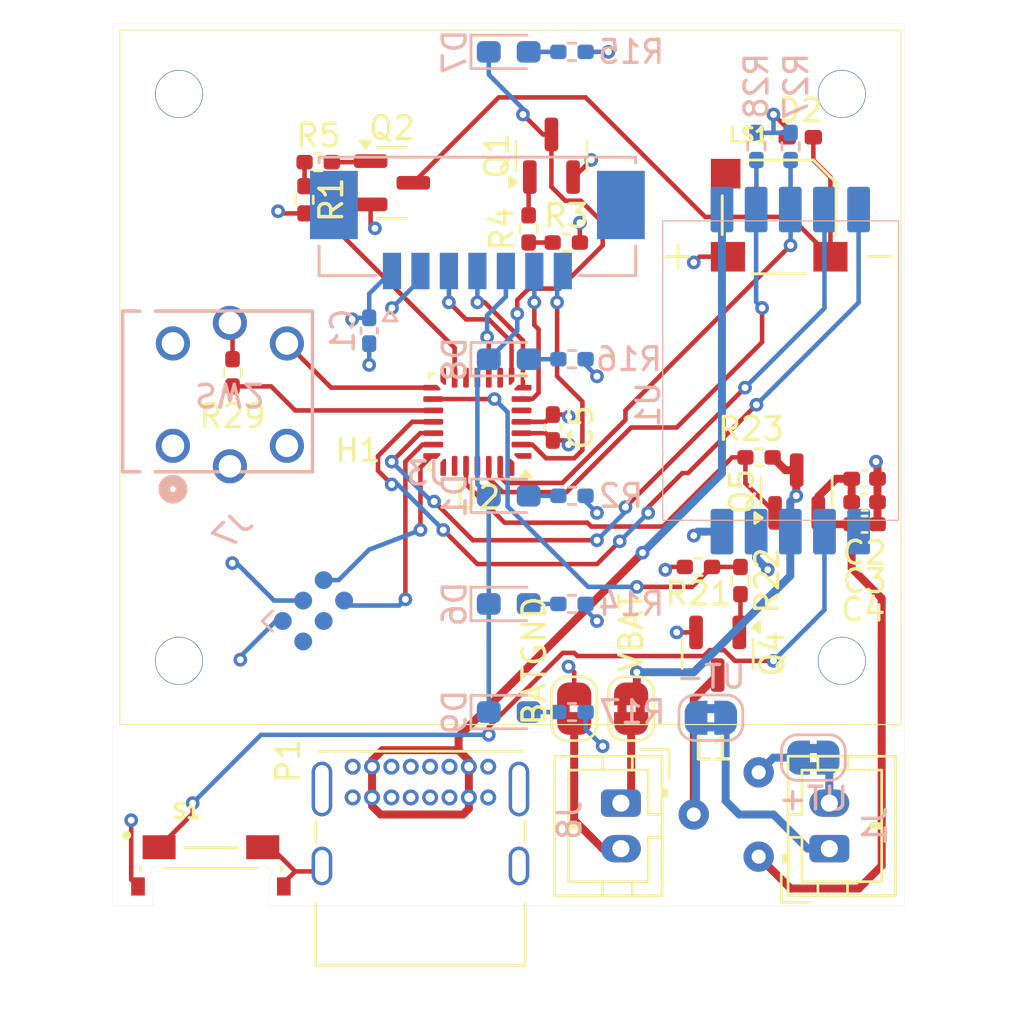
<source format=kicad_pcb>
(kicad_pcb (version 20241229) (generator "pcbnew") (generator_version "9.0")
  (layers (0 "F.Cu" signal) (4 "In1.Cu" signal) (6 "In2.Cu" signal) (2 "B.Cu" signal) (13 "F.Paste" user) (15 "B.Paste" user) (5 "F.SilkS" user "F.Silkscreen") (7 "B.SilkS" user "B.Silkscreen") (1 "F.Mask" user) (3 "B.Mask" user) (25 "Edge.Cuts" user))
  (net 0 "")
  (net 1 "+3V3")
  (net 2 "GND")
  (net 3 "/Vape/VBAT_CONT")
  (net 5 "/MCU/SWDIO")
  (net 7 "/VBAT")
  (net 8 "/MCU/VAPE_PWM")
  (net 10 "VBUS")
  (net 14 "Net-(D1-A)")
  (net 15 "/Display/VAPE_EN")
  (net 16 "Net-(Q1-G)")
  (net 17 "Net-(Q4-G)")
  (net 18 "Net-(D6-A)")
  (net 19 "Net-(D7-A)")
  (net 20 "Net-(D8-A)")
  (net 21 "Net-(D9-A)")
  (net 22 "/MCU/VAPE_EN_N")
  (net 23 "/MCU/SDA")
  (net 24 "/MCU/SCL")
  (net 25 "Net-(R29-Pad2)")
  (net 26 "/MCU/INT_N")
  (net 27 "/Power/SWITCH")
  (net 28 "/MCU/CE_N")
  (net 32 "/MCU/SWCLK")
  (net 34 "/MCU/VAPE_SW")
  (net 36 "Net-(D1-K)")
  (net 39 "Net-(J1-Pin_2)")
  (net 40 "Net-(J1-Pin_1)")
  (net 41 "Net-(J8-Pin_2)")
  (net 42 "Net-(J8-Pin_1)")
  (net 43 "/Vape/UT_OUT-")
  (net 44 "/Vape/UT_OUT+")
  (net 45 "/Display/RST")
  (net 46 "/Display/CLK")
  (net 47 "/Display/DC")
  (net 48 "/Display/CS")
  (net 49 "/Display/MOSI")
  (net 50 "/MCU/VAPE_LED")
  (net 57 "Net-(D2-A)")
  (net 58 "Net-(Q2-G)")
  (net 59 "/Display/BUZZ_PWM")
  (footprint "Capacitor_SMD:C_0402_1005Metric_Pad0.74x0.62mm_HandSolder" (layer "F.Cu") (at 155.3125 88.750001 90)
    (property "Reference" "C5")
    (property "Value" "0.1u")
  )
  (footprint "Resistor_SMD:R_0402_1005Metric_Pad0.72x0.64mm_HandSolder" (layer "F.Cu") (at 144.4125 78.7475 -90)
    (property "Reference" "R1")
    (property "Value" "100k")
  )
  (footprint "Package_TO_SOT_SMD:SOT-23" (layer "F.Cu") (at 148.25 78)
    (property "Reference" "Q2")
    (property "Value" "Q_NMOS_GSD")
  )
  (footprint "Resistor_SMD:R_0402_1005Metric_Pad0.72x0.64mm_HandSolder" (layer "F.Cu") (at 163.55 95.472499 -90)
    (property "Reference" "R22")
    (property "Value" "33")
  )
  (footprint "Capacitor_SMD:C_0402_1005Metric_Pad0.74x0.62mm_HandSolder" (layer "F.Cu") (at 168.999999 92.03)
    (property "Reference" "C3")
    (property "Value" "4.7u")
  )
  (footprint "Diode_SMD:D_0402_1005Metric_Pad0.77x0.64mm_HandSolder" (layer "F.Cu") (at 166.1775 76)
    (property "Reference" "D2")
    (property "Value" "D")
  )
  (footprint "Resistor_SMD:R_0402_1005Metric_Pad0.72x0.64mm_HandSolder" (layer "F.Cu") (at 141.25 86.3475 90)
    (property "Reference" "R29")
    (property "Value" "2.2k")
  )
  (footprint "Resistor_SMD:R_0402_1005Metric_Pad0.72x0.64mm_HandSolder" (layer "F.Cu") (at 155.9025 80.625)
    (property "Reference" "R3")
    (property "Value" "100k")
  )
  (footprint "Library:UT Transformer" (layer "F.Cu") (at 161.5 105.75)
    (property "Reference" "L1")
    (property "Value" "~")
  )
  (footprint "Package_DFN_QFN:QFN-28_4x4mm_P0.5mm" (layer "F.Cu") (at 152 88.5 180)
    (property "Reference" "U2")
    (property "Value" "STM32G031G8Ux")
  )
  (footprint "Resistor_SMD:R_0402_1005Metric_Pad0.72x0.64mm_HandSolder" (layer "F.Cu") (at 161.7025 94.875 180)
    (property "Reference" "R21")
    (property "Value" "10k")
  )
  (footprint "Package_TO_SOT_SMD:SOT-23" (layer "F.Cu") (at 155.25 76.8125 90)
    (property "Reference" "Q1")
    (property "Value" "Q_NMOS_GSD")
  )
  (footprint "Resistor_SMD:R_0402_1005Metric_Pad0.72x0.64mm_HandSolder" (layer "F.Cu") (at 145.01 77.095)
    (property "Reference" "R5")
    (property "Value" "33")
  )
  (footprint "Library:SW_EVQ-P4HB3B" (layer "F.Cu") (at 140.3 108.06)
    (property "Reference" "S1")
    (property "Value" "EVQ-P4HB3B")
    (fp_line (start -2.55 1.7) (end -3.1 1.7) (stroke (width 0.01)) (layer "Edge.Cuts"))
    (fp_line (start -2.55 1.7) (end -2.55 0.55) (stroke (width 0.01)) (layer "Edge.Cuts"))
    (fp_line (start 2.06 0.05) (end -2.06 0.05) (stroke (width 0.01)) (layer "Edge.Cuts"))
    (fp_line (start 2.55 1.7) (end 2.55 0.55) (stroke (width 0.01)) (layer "Edge.Cuts"))
    (fp_line (start 2.55 1.7) (end 3.1 1.7) (stroke (width 0.01)) (layer "Edge.Cuts"))
    (fp_arc (start -2.55 0.55) (mid -2.555 0.055) (end -2.06 0.05) (stroke (width 0.01)) (layer "Edge.Cuts"))
    (fp_arc (start 2.06 0.05) (mid 2.555 0.055) (end 2.55 0.55) (stroke (width 0.01)) (layer "Edge.Cuts"))
  )
  (footprint "Jumper:SolderJumper-2_P1.3mm_Bridged2Bar_RoundedPad1.0x1.5mm" (layer "F.Cu") (at 158.75 101.100001 90)
    (property "Reference" "VBAT")
    (property "Value" "SolderJumper_2_Bridged")
  )
  (footprint "Library:ScreenMount" (layer "F.Cu") (at 136.3 71.3)
    (property "Reference" "H1")
    (property "Value" "ScreenMount")
  )
  (footprint "Connector_JST:JST_PH_B2B-PH-K_1x02_P2.00mm_Vertical" (layer "F.Cu") (at 167.45 107.25 90)
    (property "Reference" "J1")
    (property "Value" "Conn_01x02_Male")
  )
  (footprint "Capacitor_SMD:C_0402_1005Metric_Pad0.74x0.62mm_HandSolder" (layer "F.Cu") (at 168.999999 91)
    (property "Reference" "C2")
    (property "Value" "1u")
  )
  (footprint "Connector_USB:USB_C_Receptacle_GCT_USB4085" (layer "F.Cu") (at 146.525 103.65)
    (property "Reference" "P1")
    (property "Value" "USB_C_Plug_USB2.0")
  )
  (footprint "Connector_JST:JST_PH_B2B-PH-K_1x02_P2.00mm_Vertical" (layer "F.Cu") (at 158.3 105.25 -90)
    (property "Reference" "J8")
    (property "Value" "Conn_01x02_Male")
  )
  (footprint "Library:XDCR_SMT-0540-T-10-R" (layer "F.Cu") (at 165.25 79.5)
    (property "Reference" "LS1")
    (property "Value" "SMT-0540-T-10-R")
  )
  (footprint "Package_TO_SOT_SMD:SOT-23" (layer "F.Cu") (at 162.55 98.6875 -90)
    (property "Reference" "Q4")
    (property "Value" "Q_NMOS_GSD")
  )
  (footprint "Capacitor_SMD:C_0402_1005Metric_Pad0.74x0.62mm_HandSolder" (layer "F.Cu") (at 169 93)
    (property "Reference" "C4")
    (property "Value" "0.1u")
  )
  (footprint "Resistor_SMD:R_0402_1005Metric_Pad0.72x0.64mm_HandSolder" (layer "F.Cu") (at 154.25 80.0275 90)
    (property "Reference" "R4")
    (property "Value" "33")
  )
  (footprint "Jumper:SolderJumper-2_P1.3mm_Bridged2Bar_RoundedPad1.0x1.5mm" (layer "F.Cu") (at 156.25 101.100001 -90)
    (property "Reference" "BATGND")
    (property "Value" "SolderJumper_2_Bridged")
  )
  (footprint "Resistor_SMD:R_0402_1005Metric_Pad0.72x0.64mm_HandSolder" (layer "F.Cu") (at 164.365 90.0625 180)
    (property "Reference" "R23")
    (property "Value" "100k")
  )
  (footprint "Package_TO_SOT_SMD:SOT-23" (layer "F.Cu") (at 166.0175 91.5625 90)
    (property "Reference" "Q5")
    (property "Value" "Q_PMOS_GSD")
  )
  (footprint "LED_SMD:LED_0603_1608Metric_Pad1.05x0.95mm_HandSolder" (layer "B.Cu") (at 153.375 96.5)
    (property "Reference" "D6")
    (property "Value" "LED")
  )
  (footprint "Library:BatteryBoard" (layer "B.Cu") (at 160.2375 86.175 -90)
    (property "Reference" "U1")
    (property "Value" "~")
  )
  (footprint "LED_SMD:LED_0603_1608Metric_Pad1.05x0.95mm_HandSolder" (layer "B.Cu") (at 153.375 91.75)
    (property "Reference" "D1")
    (property "Value" "LED")
  )
  (footprint "Connector:Tag-Connect_TC2030-IDC-FP_2x03_P1.27mm_Vertical" (layer "B.Cu") (at 144.800987 96.800987 45)
    (property "Reference" "J7")
    (property "Value" "TAG_CONNECT")
  )
  (footprint "Resistor_SMD:R_0402_1005Metric_Pad0.72x0.64mm_HandSolder" (layer "B.Cu") (at 156.1525 91.75 180)
    (property "Reference" "R2")
    (property "Value" "R")
  )
  (footprint "Resistor_SMD:R_0402_1005Metric_Pad0.72x0.64mm_HandSolder" (layer "B.Cu") (at 164.25 76.4025 -90)
    (property "Reference" "R28")
    (property "Value" "4.7k")
  )
  (footprint "LED_SMD:LED_0603_1608Metric_Pad1.05x0.95mm_HandSolder" (layer "B.Cu") (at 153.375 85.75)
    (property "Reference" "D8")
    (property "Value" "LED")
  )
  (footprint "Jumper:SolderJumper-2_P1.3mm_Bridged2Bar_RoundedPad1.0x1.5mm" (layer "B.Cu") (at 166.75 103.25)
    (property "Reference" "UT+")
    (property "Value" "SolderJumper_2_Bridged")
  )
  (footprint "Library:MOLEX_532610771" (layer "B.Cu") (at 152 79.475)
    (property "Reference" "J3")
    (property "Value" "Conn_01x07")
  )
  (footprint "Resistor_SMD:R_0402_1005Metric_Pad0.72x0.64mm_HandSolder" (layer "B.Cu") (at 156.1525 85.75 180)
    (property "Reference" "R16")
    (property "Value" "R")
  )
  (footprint "LED_SMD:LED_0603_1608Metric_Pad1.05x0.95mm_HandSolder" (layer "B.Cu") (at 153.375 101.25)
    (property "Reference" "D9")
    (property "Value" "LED")
  )
  (footprint "Jumper:SolderJumper-2_P1.3mm_Bridged2Bar_RoundedPad1.0x1.5mm" (layer "B.Cu") (at 162.25 101.5 180)
    (property "Reference" "UT-")
    (property "Value" "SolderJumper_2_Bridged")
  )
  (footprint "Resistor_SMD:R_0402_1005Metric_Pad0.72x0.64mm_HandSolder" (layer "B.Cu") (at 156.1525 72.25 180)
    (property "Reference" "R15")
    (property "Value" "R")
  )
  (footprint "LED_SMD:LED_0603_1608Metric_Pad1.05x0.95mm_HandSolder" (layer "B.Cu") (at 153.375 72.25)
    (property "Reference" "D7")
    (property "Value" "LED")
  )
  (footprint "Resistor_SMD:R_0402_1005Metric_Pad0.72x0.64mm_HandSolder" (layer "B.Cu") (at 165.75 76.4025 -90)
    (property "Reference" "R27")
    (property "Value" "4.7k")
  )
  (footprint "Capacitor_SMD:C_0402_1005Metric_Pad0.74x0.62mm_HandSolder" (layer "B.Cu") (at 147.25 84.5 -90)
    (property "Reference" "C1")
    (property "Value" "0.1u")
  )
  (footprint "Resistor_SMD:R_0402_1005Metric_Pad0.72x0.64mm_HandSolder" (layer "B.Cu") (at 156.1525 96.5 180)
    (property "Reference" "R14")
    (property "Value" "R")
  )
  (footprint "Resistor_SMD:R_0402_1005Metric_Pad0.72x0.64mm_HandSolder" (layer "B.Cu") (at 156.1525 101.25 180)
    (property "Reference" "R17")
    (property "Value" "R")
  )
  (footprint "Library:TL1260_EWI" (layer "B.Cu") (at 138.63233 89.5534)
    (property "Reference" "SW2")
    (property "Value" "TL1260BQRBLK")
  )
  (gr_line (start 136 71) (end 136 109.76) (stroke (width 0.01)) (layer "Edge.Cuts"))
  (gr_line (start 137.2 109.76) (end 136 109.76) (stroke (width 0.01)) (layer "Edge.Cuts"))
  (gr_line (start 136 71) (end 170.75 71) (stroke (width 0.01)) (layer "Edge.Cuts"))
  (gr_line (start 170.75 71) (end 170.75 109.76) (stroke (width 0.01)) (layer "Edge.Cuts"))
  (gr_line (start 170.75 109.76) (end 143.4 109.76) (stroke (width 0.01)) (layer "Edge.Cuts"))
  (segment (start 155.3125 89.317501) (end 154.994999 89) (width 0.2) (layer "F.Cu") (net 1))
  (segment (start 155.3125 89.317501) (end 155.817501 89.317501) (width 0.2) (layer "F.Cu") (net 1))
  (segment (start 161.75 81.25) (end 161.5 81.5) (width 0.2) (layer "F.Cu") (net 1))
  (segment (start 165.605 75.605) (end 165 75) (width 0.2) (layer "F.Cu") (net 1))
  (segment (start 163 81.25) (end 161.75 81.25) (width 0.2) (layer "F.Cu") (net 1))
  (segment (start 165.605 76) (end 165.605 75.605) (width 0.2) (layer "F.Cu") (net 1))
  (segment (start 154.994999 89) (end 153.9375 89) (width 0.2) (layer "F.Cu") (net 1))
  (segment (start 155.817501 89.317501) (end 156 89.5) (width 0.2) (layer "F.Cu") (net 1))
  (via (at 164.75 95) (size 0.6) (drill 0.3) (layers "F.Cu" "B.Cu") (net 1))
  (via (at 157.75 72.25) (size 0.6) (drill 0.3) (layers "F.Cu" "B.Cu") (net 1))
  (via (at 157.25 97.25) (size 0.6) (drill 0.3) (layers "F.Cu" "B.Cu") (net 1))
  (via (at 157.25 92.5) (size 0.6) (drill 0.3) (layers "F.Cu" "B.Cu") (net 1))
  (via (at 141.590722 98.950592) (size 0.6) (drill 0.3) (layers "F.Cu" "B.Cu") (net 1))
  (via (at 157.5 102.75) (size 0.6) (drill 0.3) (layers "F.Cu" "B.Cu") (net 1))
  (via (at 161.5 81.5) (size 0.6) (drill 0.3) (layers "F.Cu" "B.Cu") (net 1))
  (via (at 157.25 86.5) (size 0.6) (drill 0.3) (layers "F.Cu" "B.Cu") (net 1))
  (via (at 146.5 84) (size 0.6) (drill 0.3) (layers "F.Cu" "B.Cu") (net 1))
  (via (at 165 75) (size 0.6) (drill 0.3) (layers "F.Cu" "B.Cu") (net 1))
  (via (at 156 89.5) (size 0.6) (drill 0.3) (layers "F.Cu" "B.Cu") (net 1))
  (segment (start 147.25 83.9325) (end 146.5675 83.9325) (width 0.2) (layer "B.Cu") (net 1))
  (segment (start 156.75 72.25) (end 157.75 72.25) (width 0.2) (layer "B.Cu") (net 1))
  (segment (start 156.75 85.75) (end 156.75 86) (width 0.2) (layer "B.Cu") (net 1))
  (segment (start 147.25 82.875) (end 148.25 81.875) (width 0.2) (layer "B.Cu") (net 1))
  (segment (start 165 75.805) (end 165 75) (width 0.2) (layer "B.Cu") (net 1))
  (segment (start 141.590722 98.814403) (end 141.590722 98.950592) (width 0.2) (layer "B.Cu") (net 1))
  (segment (start 147.25 83.9325) (end 147.25 82.875) (width 0.2) (layer "B.Cu") (net 1))
  (segment (start 156.75 92) (end 157.25 92.5) (width 0.2) (layer "B.Cu") (net 1))
  (segment (start 164.237501 94.487501) (end 164.75 95) (width 0.35) (layer "B.Cu") (net 1))
  (segment (start 156.75 96.75) (end 157.25 97.25) (width 0.2) (layer "B.Cu") (net 1))
  (segment (start 165.75 75.805) (end 165 75.805) (width 0.2) (layer "B.Cu") (net 1))
  (segment (start 164.237501 93.325) (end 164.237501 94.487501) (width 0.35) (layer "B.Cu") (net 1))
  (segment (start 146.5675 83.9325) (end 146.5 84) (width 0.2) (layer "B.Cu") (net 1))
  (segment (start 143.453949 97.25) (end 143.155125 97.25) (width 0.2) (layer "B.Cu") (net 1))
  (segment (start 156.75 91.75) (end 156.75 92) (width 0.2) (layer "B.Cu") (net 1))
  (segment (start 156.75 102) (end 157.5 102.75) (width 0.2) (layer "B.Cu") (net 1))
  (segment (start 156.75 101.25) (end 156.75 102) (width 0.2) (layer "B.Cu") (net 1))
  (segment (start 156.75 96.5) (end 156.75 96.75) (width 0.2) (layer "B.Cu") (net 1))
  (segment (start 156.75 86) (end 157.25 86.5) (width 0.2) (layer "B.Cu") (net 1))
  (segment (start 165 75.805) (end 164.25 75.805) (width 0.2) (layer "B.Cu") (net 1))
  (segment (start 143.155125 97.25) (end 141.590722 98.814403) (width 0.2) (layer "B.Cu") (net 1))
  (segment (start 143.345 79.345) (end 143.25 79.25) (width 0.2) (layer "F.Cu") (net 2))
  (segment (start 155.3125 88.182501) (end 154.995001 88.5) (width 0.2) (layer "F.Cu") (net 2))
  (segment (start 144 108.25) (end 142.935 107.185) (width 0.2) (layer "F.Cu") (net 2))
  (segment (start 142.575 107.185) (end 143.185 107.185) (width 0.2) (layer "F.Cu") (net 2))
  (segment (start 144.4125 79.345) (end 143.345 79.345) (width 0.2) (layer "F.Cu") (net 2))
  (segment (start 147.3125 78.95) (end 147.3125 79.8125) (width 0.2) (layer "F.Cu") (net 2))
  (segment (start 142.935 107.185) (end 142.575 107.185) (width 0.2) (layer "F.Cu") (net 2))
  (segment (start 136.8 108.61) (end 136.8 106) (width 0.2) (layer "F.Cu") (net 2))
  (segment (start 143.5 108.75) (end 144 108.25) (width 0.2) (layer "F.Cu") (net 2))
  (segment (start 169.567499 91) (end 169.567499 90.317499) (width 0.35) (layer "F.Cu") (net 2))
  (segment (start 161.105 94.875) (end 160.375 94.875) (width 0.2) (layer "F.Cu") (net 2))
  (segment (start 169.567499 92.03) (end 169.567499 91) (width 0.35) (layer "F.Cu") (net 2))
  (segment (start 143.5 108.91) (end 143.5 108.75) (width 0.2) (layer "F.Cu") (net 2))
  (segment (start 161.6 97.75) (end 160.75 97.75) (width 0.2) (layer "F.Cu") (net 2))
  (segment (start 144 108.25) (end 144.935 108.25) (width 0.2) (layer "F.Cu") (net 2))
  (segment (start 144.935 108.25) (end 145.175 108.01) (width 0.2) (layer "F.Cu") (net 2))
  (segment (start 156.2 77.75) (end 156.25 77.75) (width 0.2) (layer "F.Cu") (net 2))
  (segment (start 169.5675 93) (end 169.567499 92.03) (width 0.35) (layer "F.Cu") (net 2))
  (segment (start 154.995001 88.5) (end 153.937499 88.5) (width 0.2) (layer "F.Cu") (net 2))
  (segment (start 169.567499 90.317499) (end 169.5 90.25) (width 0.35) (layer "F.Cu") (net 2))
  (segment (start 147.3125 79.8125) (end 147.5 80) (width 0.2) (layer "F.Cu") (net 2))
  (segment (start 137.1 108.91) (end 136.8 108.61) (width 0.2) (layer "F.Cu") (net 2))
  (segment (start 156.25 99.5) (end 156 99.25) (width 0.2) (layer "F.Cu") (net 2))
  (segment (start 155.3125 88.182501) (end 155.918809 88.182501) (width 0.2) (layer "F.Cu") (net 2))
  (segment (start 156.25 77.75) (end 157 77) (width 0.2) (layer "F.Cu") (net 2))
  (segment (start 156.25 100.450002) (end 156.25 99.5) (width 0.2) (layer "F.Cu") (net 2))
  (segment (start 155.918809 88.182501) (end 156.008173 88.271865) (width 0.2) (layer "F.Cu") (net 2))
  (segment (start 156.5 80.625) (end 156.5 79.75) (width 0.2) (layer "F.Cu") (net 2))
  (segment (start 160.375 94.875) (end 160.25 95) (width 0.2) (layer "F.Cu") (net 2))
  (via (at 156 99.25) (size 0.6) (drill 0.3) (layers "F.Cu" "B.Cu") (net 2))
  (via (at 147.25 86) (size 0.6) (drill 0.3) (layers "F.Cu" "B.Cu") (net 2))
  (via (at 148.25 83.5) (size 0.6) (drill 0.3) (layers "F.Cu" "B.Cu") (net 2))
  (via (at 169.5 90.25) (size 0.6) (drill 0.3) (layers "F.Cu" "B.Cu") (net 2))
  (via (at 147.5 80) (size 0.6) (drill 0.3) (layers "F.Cu" "B.Cu") (net 2))
  (via (at 143.25 79.25) (size 0.6) (drill 0.3) (layers "F.Cu" "B.Cu") (net 2))
  (via (at 136.8 106) (size 0.6) (drill 0.3) (layers "F.Cu" "B.Cu") (net 2))
  (via (at 156.5 79.75) (size 0.6) (drill 0.3) (layers "F.Cu" "B.Cu") (net 2))
  (via (at 160.25 95) (size 0.6) (drill 0.3) (layers "F.Cu" "B.Cu") (net 2))
  (via (at 141.237169 94.707951) (size 0.6) (drill 0.3) (layers "F.Cu" "B.Cu") (net 2))
  (via (at 161.5 93.5) (size 0.6) (drill 0.3) (layers "F.Cu" "B.Cu") (net 2))
  (via (at 156.008173 88.271865) (size 0.6) (drill 0.3) (layers "F.Cu" "B.Cu") (net 2))
  (via (at 157 77) (size 0.6) (drill 0.3) (layers "F.Cu" "B.Cu") (net 2))
  (via (at 160.75 97.75) (size 0.6) (drill 0.3) (layers "F.Cu" "B.Cu") (net 2))
  (segment (start 149.5 81.875) (end 149.5 82.25) (width 0.2) (layer "B.Cu") (net 2))
  (segment (start 161.675 93.325) (end 161.5 93.5) (width 0.35) (layer "B.Cu") (net 2))
  (segment (start 141.43028 94.707951) (end 141.237169 94.707951) (width 0.2) (layer "B.Cu") (net 2))
  (segment (start 147.25 85.0675) (end 147.25 86) (width 0.2) (layer "B.Cu") (net 2))
  (segment (start 144.351974 96.351975) (end 143.074303 96.351975) (width 0.2) (layer "B.Cu") (net 2))
  (segment (start 149.5 82.25) (end 148.25 83.5) (width 0.2) (layer "B.Cu") (net 2))
  (segment (start 143.074303 96.351975) (end 141.43028 94.707951) (width 0.2) (layer "B.Cu") (net 2))
  (segment (start 162.737499 93.325) (end 161.675 93.325) (width 0.35) (layer "B.Cu") (net 2))
  (segment (start 169.75 96.25) (end 168.4325 94.9325) (width 0.35) (layer "F.Cu") (net 3))
  (segment (start 166.9675 92.5) (end 167.4675 93) (width 0.35) (layer "F.Cu") (net 3))
  (segment (start 167.4675 93) (end 168.4325 93) (width 0.35) (layer "F.Cu") (net 3))
  (segment (start 165.75 109) (end 168.75 109) (width 0.35) (layer "F.Cu") (net 3))
  (segment (start 168.4325 94.9325) (end 168.4325 93) (width 0.35) (layer "F.Cu") (net 3))
  (segment (start 166.9675 91.7825) (end 167.75 91) (width 0.35) (layer "F.Cu") (net 3))
  (segment (start 169.75 108) (end 169.75 96.25) (width 0.35) (layer "F.Cu") (net 3))
  (segment (start 168.432499 91) (end 168.432499 92.03) (width 0.35) (layer "F.Cu") (net 3))
  (segment (start 168.75 109) (end 169.75 108) (width 0.35) (layer "F.Cu") (net 3))
  (segment (start 166.9675 92.5) (end 166.9675 91.7825) (width 0.35) (layer "F.Cu") (net 3))
  (segment (start 164.35 107.6) (end 165.75 109) (width 0.35) (layer "F.Cu") (net 3))
  (segment (start 167.75 91) (end 168.432499 91) (width 0.35) (layer "F.Cu") (net 3))
  (segment (start 168.432499 92.03) (end 168.4325 93) (width 0.35) (layer "F.Cu") (net 3))
  (segment (start 148.838567 96.298942) (end 148.838567 90.248511) (width 0.2) (layer "F.Cu") (net 5))
  (segment (start 148.838567 90.248511) (end 149.587078 89.5) (width 0.2) (layer "F.Cu") (net 5))
  (segment (start 149.587078 89.5) (end 150.0625 89.5) (width 0.2) (layer "F.Cu") (net 5))
  (via (at 148.838567 96.298942) (size 0.6) (drill 0.3) (layers "F.Cu" "B.Cu") (net 5))
  (segment (start 148.567852 96.569657) (end 148.838567 96.298942) (width 0.2) (layer "B.Cu") (net 5))
  (segment (start 146.148025 96.351975) (end 146.365708 96.569657) (width 0.2) (layer "B.Cu") (net 5))
  (segment (start 146.365708 96.569657) (end 148.567852 96.569657) (width 0.2) (layer "B.Cu") (net 5))
  (segment (start 166.0175 90.624999) (end 165.524999 90.624999) (width 0.35) (layer "F.Cu") (net 7))
  (segment (start 159 99.5) (end 159 100.200002) (width 0.35) (layer "F.Cu") (net 7))
  (segment (start 159 100.200002) (end 158.75 100.450002) (width 0.35) (layer "F.Cu") (net 7))
  (segment (start 165.524999 90.624999) (end 164.9625 90.0625) (width 0.35) (layer "F.Cu") (net 7))
  (segment (start 166 91.75) (end 166 90.642499) (width 0.35) (layer "F.Cu") (net 7))
  (segment (start 166 90.642499) (end 166.0175 90.624999) (width 0.35) (layer "F.Cu") (net 7))
  (via (at 159 99.5) (size 0.6) (drill 0.3) (layers "F.Cu" "B.Cu") (net 7))
  (via (at 166 91.75) (size 0.6) (drill 0.3) (layers "F.Cu" "B.Cu") (net 7))
  (segment (start 165.7375 95.2625) (end 161.5 99.5) (width 0.35) (layer "B.Cu") (net 7))
  (segment (start 161.5 99.5) (end 159 99.5) (width 0.35) (layer "B.Cu") (net 7))
  (segment (start 165.7375 92.0125) (end 166 91.75) (width 0.35) (layer "B.Cu") (net 7))
  (segment (start 165.7375 93.325) (end 165.7375 95.2625) (width 0.35) (layer "B.Cu") (net 7))
  (segment (start 165.7375 93.325) (end 165.7375 92.0125) (width 0.35) (layer "B.Cu") (net 7))
  (segment (start 162.3 94.875) (end 161.425 95.75) (width 0.2) (layer "F.Cu") (net 8))
  (segment (start 152.75 87.5) (end 150.0625 87.5) (width 0.2) (layer "F.Cu") (net 8))
  (segment (start 161.425 95.75) (end 159 95.75) (width 0.2) (layer "F.Cu") (net 8))
  (segment (start 163.55 94.874999) (end 162.3 94.875) (width 0.2) (layer "F.Cu") (net 8))
  (via (at 159 95.75) (size 0.6) (drill 0.3) (layers "F.Cu" "B.Cu") (net 8))
  (via (at 152.75 87.5) (size 0.6) (drill 0.3) (layers "F.Cu" "B.Cu") (net 8))
  (segment (start 153.326001 88.076001) (end 152.75 87.5) (width 0.2) (layer "B.Cu") (net 8))
  (segment (start 159 95.75) (end 156.858867 95.75) (width 0.2) (layer "B.Cu") (net 8))
  (segment (start 156.858867 95.75) (end 153.326001 92.217134) (width 0.2) (layer "B.Cu") (net 8))
  (segment (start 153.326001 92.217134) (end 153.326001 88.076001) (width 0.2) (layer "B.Cu") (net 8))
  (segment (start 147.375 105.375) (end 147.75 105.75) (width 0.35) (layer "F.Cu") (net 10))
  (segment (start 151.174 102.924) (end 147.826 102.924) (width 0.35) (layer "F.Cu") (net 10))
  (segment (start 151.174 102.326) (end 159.25 94.25) (width 0.35) (layer "F.Cu") (net 10))
  (segment (start 147.75 105.75) (end 151.369974 105.75) (width 0.35) (layer "F.Cu") (net 10))
  (segment (start 151.625 103.65) (end 151.625 103.375) (width 0.35) (layer "F.Cu") (net 10))
  (segment (start 147.375 103.65) (end 147.375 105) (width 0.35) (layer "F.Cu") (net 10))
  (segment (start 151.625 105.494974) (end 151.625 105) (width 0.35) (layer "F.Cu") (net 10))
  (segment (start 147.375 105) (end 147.375 105.375) (width 0.35) (layer "F.Cu") (net 10))
  (segment (start 151.174 102.924) (end 151.174 102.326) (width 0.35) (layer "F.Cu") (net 10))
  (segment (start 151.625 103.65) (end 151.625 105) (width 0.35) (layer "F.Cu") (net 10))
  (segment (start 147.826 102.924) (end 147.375 103.375) (width 0.35) (layer "F.Cu") (net 10))
  (segment (start 147.375 103.375) (end 147.375 103.65) (width 0.35) (layer "F.Cu") (net 10))
  (segment (start 151.625 103.375) (end 151.174 102.924) (width 0.35) (layer "F.Cu") (net 10))
  (segment (start 151.369974 105.75) (end 151.625 105.494974) (width 0.35) (layer "F.Cu") (net 10))
  (via (at 159.25 94.25) (size 0.6) (drill 0.3) (layers "F.Cu" "B.Cu") (net 10))
  (segment (start 162.737499 90.762501) (end 162.737499 79.175) (width 0.35) (layer "B.Cu") (net 10))
  (segment (start 159.25 94.25) (end 162.737499 90.762501) (width 0.35) (layer "B.Cu") (net 10))
  (segment (start 154.249999 91.75) (end 155.555 91.75) (width 0.2) (layer "B.Cu") (net 14))
  (segment (start 154.25 80.625) (end 155.305 80.625) (width 0.2) (layer "F.Cu") (net 15))
  (segment (start 154.25 79.43) (end 154.25 77.8) (width 0.2) (layer "F.Cu") (net 16))
  (segment (start 154.25 77.8) (end 154.3 77.75) (width 0.2) (layer "F.Cu") (net 16))
  (segment (start 163.55 97.7) (end 163.5 97.75) (width 0.2) (layer "F.Cu") (net 17))
  (segment (start 163.55 96.069999) (end 163.55 97.7) (width 0.2) (layer "F.Cu") (net 17))
  (segment (start 155.555 96.5) (end 154.249999 96.5) (width 0.2) (layer "B.Cu") (net 18))
  (segment (start 154.249999 72.25) (end 155.555 72.25) (width 0.2) (layer "B.Cu") (net 19))
  (segment (start 155.555 85.75) (end 154.249999 85.75) (width 0.2) (layer "B.Cu") (net 20))
  (segment (start 154.249999 101.25) (end 155.555 101.25) (width 0.2) (layer "B.Cu") (net 21))
  (segment (start 163.1875 90.0625) (end 163.7675 90.0625) (width 0.2) (layer "F.Cu") (net 22))
  (segment (start 157.001057 93.101) (end 160.149 93.101) (width 0.2) (layer "F.Cu") (net 22))
  (segment (start 151.5 90.4375) (end 151.5 91.236885) (width 0.2) (layer "F.Cu") (net 22))
  (segment (start 160.149 93.101) (end 163.1875 90.0625) (width 0.2) (layer "F.Cu") (net 22))
  (segment (start 153.194614 92.931499) (end 156.831556 92.931499) (width 0.2) (layer "F.Cu") (net 22))
  (segment (start 156.831556 92.931499) (end 157.001057 93.101) (width 0.2) (layer "F.Cu") (net 22))
  (segment (start 151.5 91.236885) (end 153.194614 92.931499) (width 0.2) (layer "F.Cu") (net 22))
  (segment (start 165.0675 92.5) (end 163.7675 91.2) (width 0.2) (layer "F.Cu") (net 22))
  (segment (start 163.7675 91.2) (end 163.7675 90.0625) (width 0.2) (layer "F.Cu") (net 22))
  (segment (start 153 90.4375) (end 153 90.912922) (width 0.2) (layer "F.Cu") (net 23))
  (segment (start 153.273078 91.186) (end 155.731043 91.186) (width 0.2) (layer "F.Cu") (net 23))
  (segment (start 153 90.912922) (end 153.273078 91.186) (width 0.2) (layer "F.Cu") (net 23))
  (segment (start 155.731043 91.186) (end 158.5 88.417043) (width 0.2) (layer "F.Cu") (net 23))
  (segment (start 158.5 88) (end 165.75 80.75) (width 0.2) (layer "F.Cu") (net 23))
  (segment (start 158.5 88.417043) (end 158.5 88) (width 0.2) (layer "F.Cu") (net 23))
  (via (at 165.75 80.75) (size 0.6) (drill 0.3) (layers "F.Cu" "B.Cu") (net 23))
  (segment (start 165.75 80.75) (end 165.75 79.1875) (width 0.2) (layer "B.Cu") (net 23))
  (segment (start 165.75 77) (end 165.75 79.1625) (width 0.2) (layer "B.Cu") (net 23))
  (segment (start 165.75 79.1875) (end 165.7375 79.175) (width 0.2) (layer "B.Cu") (net 23))
  (segment (start 165.75 79.1625) (end 165.7375 79.175) (width 0.2) (layer "B.Cu") (net 23))
  (segment (start 158.75 88.75) (end 160.75 88.75) (width 0.2) (layer "F.Cu") (net 24))
  (segment (start 160.75 88.75) (end 164 85.5) (width 0.2) (layer "F.Cu") (net 24))
  (segment (start 153.106978 91.587) (end 155.913 91.587) (width 0.2) (layer "F.Cu") (net 24))
  (segment (start 164 85.5) (end 164.5 85) (width 0.2) (layer "F.Cu") (net 24))
  (segment (start 155.913 91.587) (end 158.75 88.75) (width 0.2) (layer "F.Cu") (net 24))
  (segment (start 164.5 85) (end 164.5 83.5) (width 0.2) (layer "F.Cu") (net 24))
  (segment (start 152.5 90.980022) (end 153.106978 91.587) (width 0.2) (layer "F.Cu") (net 24))
  (segment (start 152.5 90.4375) (end 152.5 90.980022) (width 0.2) (layer "F.Cu") (net 24))
  (via (at 164.5 83.5) (size 0.6) (drill 0.3) (layers "F.Cu" "B.Cu") (net 24))
  (segment (start 164.25 79.162501) (end 164.237501 79.175) (width 0.2) (layer "B.Cu") (net 24))
  (segment (start 164.237501 83.237501) (end 164.237501 79.175) (width 0.2) (layer "B.Cu") (net 24))
  (segment (start 164.25 77) (end 164.25 79.162501) (width 0.2) (layer "B.Cu") (net 24))
  (segment (start 164.5 83.5) (end 164.237501 83.237501) (width 0.2) (layer "B.Cu") (net 24))
  (segment (start 141.25 85.75) (end 141.25 84.27167) (width 0.2) (layer "F.Cu") (net 25))
  (segment (start 141.25 84.27167) (end 141.13423 84.1559) (width 0.2) (layer "F.Cu") (net 25))
  (segment (start 163.75 87) (end 161 89.75) (width 0.2) (layer "F.Cu") (net 26))
  (segment (start 150.1 92) (end 151.801 93.701) (width 0.2) (layer "F.Cu") (net 26))
  (segment (start 149.488567 89) (end 148.238567 90.25) (width 0.2) (layer "F.Cu") (net 26))
  (segment (start 150.0625 89) (end 149.488567 89) (width 0.2) (layer "F.Cu") (net 26))
  (segment (start 161 89.75) (end 158.5 92.25) (width 0.2) (layer "F.Cu") (net 26))
  (segment (start 151.801 93.701) (end 157.25 93.701) (width 0.2) (layer "F.Cu") (net 26))
  (via (at 148.238567 90.25) (size 0.6) (drill 0.3) (layers "F.Cu" "B.Cu") (net 26))
  (via (at 163.75 87) (size 0.6) (drill 0.3) (layers "F.Cu" "B.Cu") (net 26))
  (via (at 158.5 92.25) (size 0.6) (drill 0.3) (layers "F.Cu" "B.Cu") (net 26))
  (via (at 150.1 92) (size 0.6) (drill 0.3) (layers "F.Cu" "B.Cu") (net 26))
  (via (at 157.25 93.701) (size 0.6) (drill 0.3) (layers "F.Cu" "B.Cu") (net 26))
  (segment (start 149.988567 92) (end 150.1 92) (width 0.2) (layer "B.Cu") (net 26))
  (segment (start 158.5 92.451) (end 157.25 93.701) (width 0.2) (layer "B.Cu") (net 26))
  (segment (start 167.2375 83.5125) (end 163.75 87) (width 0.2) (layer "B.Cu") (net 26))
  (segment (start 158.5 92.25) (end 158.5 92.451) (width 0.2) (layer "B.Cu") (net 26))
  (segment (start 167.2375 79.175) (end 167.2375 83.5125) (width 0.2) (layer "B.Cu") (net 26))
  (segment (start 148.238567 90.25) (end 149.988567 92) (width 0.2) (layer "B.Cu") (net 26))
  (segment (start 165 99) (end 163.304467 99) (width 0.2) (layer "F.Cu") (net 27))
  (segment (start 162.201 98.528468) (end 161.940968 98.7885) (width 0.2) (layer "F.Cu") (net 27))
  (segment (start 139.5 105.25) (end 139.5 105.71) (width 0.2) (layer "F.Cu") (net 27))
  (segment (start 156.388443 98.7885) (end 156.248943 98.649) (width 0.2) (layer "F.Cu") (net 27))
  (segment (start 163.304467 99) (end 162.832935 98.528468) (width 0.2) (layer "F.Cu") (net 27))
  (segment (start 152.5 101.900057) (end 152.5 102.25) (width 0.2) (layer "F.Cu") (net 27))
  (segment (start 161.940968 98.7885) (end 156.388443 98.7885) (width 0.2) (layer "F.Cu") (net 27))
  (segment (start 156.248943 98.649) (end 155.751057 98.649) (width 0.2) (layer "F.Cu") (net 27))
  (segment (start 139.5 105.71) (end 138.025 107.185) (width 0.2) (layer "F.Cu") (net 27))
  (segment (start 155.751057 98.649) (end 152.5 101.900057) (width 0.2) (layer "F.Cu") (net 27))
  (segment (start 162.832935 98.528468) (end 162.201 98.528468) (width 0.2) (layer "F.Cu") (net 27))
  (via (at 139.5 105.25) (size 0.6) (drill 0.3) (layers "F.Cu" "B.Cu") (net 27))
  (via (at 152.5 102.25) (size 0.6) (drill 0.3) (layers "F.Cu" "B.Cu") (net 27))
  (via (at 165 99) (size 0.6) (drill 0.3) (layers "F.Cu" "B.Cu") (net 27))
  (segment (start 167.2375 96.7625) (end 165 99) (width 0.2) (layer "B.Cu") (net 27))
  (segment (start 167.2375 93.325) (end 167.2375 96.7625) (width 0.2) (layer "B.Cu") (net 27))
  (segment (start 152.5 102.25) (end 142.5 102.25) (width 0.2) (layer "B.Cu") (net 27))
  (segment (start 142.5 102.25) (end 139.5 105.25) (width 0.2) (layer "B.Cu") (net 27))
  (segment (start 164.25 87.75) (end 161.25 90.75) (width 0.2) (layer "F.Cu") (net 28))
  (segment (start 161 90.75) (end 159.5 92.25) (width 0.2) (layer "F.Cu") (net 28))
  (segment (start 161.25 90.75) (end 161 90.75) (width 0.2) (layer "F.Cu") (net 28))
  (segment (start 152 94.75) (end 157.25 94.75) (width 0.2) (layer "F.Cu") (net 28))
  (segment (start 147.637567 90.649) (end 148.238567 91.25) (width 0.2) (layer "F.Cu") (net 28))
  (segment (start 150.062501 88.5) (end 149.138624 88.5) (width 0.2) (layer "F.Cu") (net 28))
  (segment (start 159.5 92.25) (end 159.5 92.5) (width 0.2) (layer "F.Cu") (net 28))
  (segment (start 157.25 94.75) (end 158.25 93.75) (width 0.2) (layer "F.Cu") (net 28))
  (segment (start 150.5 93.25) (end 152 94.75) (width 0.2) (layer "F.Cu") (net 28))
  (segment (start 149.138624 88.5) (end 147.637567 90.001057) (width 0.2) (layer "F.Cu") (net 28))
  (segment (start 147.637567 90.001057) (end 147.637567 90.649) (width 0.2) (layer "F.Cu") (net 28))
  (via (at 159.5 92.5) (size 0.6) (drill 0.3) (layers "F.Cu" "B.Cu") (net 28))
  (via (at 148.238567 91.25) (size 0.6) (drill 0.3) (layers "F.Cu" "B.Cu") (net 28))
  (via (at 164.25 87.75) (size 0.6) (drill 0.3) (layers "F.Cu" "B.Cu") (net 28))
  (via (at 158.25 93.75) (size 0.6) (drill 0.3) (layers "F.Cu" "B.Cu") (net 28))
  (via (at 150.5 93.25) (size 0.6) (drill 0.3) (layers "F.Cu" "B.Cu") (net 28))
  (segment (start 148.238567 91.25) (end 148.5 91.25) (width 0.2) (layer "B.Cu") (net 28))
  (segment (start 168.7375 83.2625) (end 164.25 87.75) (width 0.2) (layer "B.Cu") (net 28))
  (segment (start 168.7375 79.175) (end 168.7375 83.2625) (width 0.2) (layer "B.Cu") (net 28))
  (segment (start 148.5 91.25) (end 150.5 93.25) (width 0.2) (layer "B.Cu") (net 28))
  (segment (start 159.5 92.5) (end 158.25 93.75) (width 0.2) (layer "B.Cu") (net 28))
  (segment (start 149.5 90.5025) (end 150.0025 90) (width 0.2) (layer "F.Cu") (net 32))
  (segment (start 149.5 93.25) (end 149.5 90.5025) (width 0.2) (layer "F.Cu") (net 32))
  (via (at 149.5 93.25) (size 0.6) (drill 0.3) (layers "F.Cu" "B.Cu") (net 32))
  (segment (start 147.247576 94.114406) (end 145.908033 95.453949) (width 0.2) (layer "B.Cu") (net 32))
  (segment (start 149.5 93.25) (end 147.247576 94.114406) (width 0.2) (layer "B.Cu") (net 32))
  (segment (start 145.908033 95.453949) (end 145.25 95.453949) (width 0.2) (layer "B.Cu") (net 32))
  (segment (start 143.63613 85.0576) (end 145.57853 87) (width 0.2) (layer "F.Cu") (net 34))
  (segment (start 145.57853 87) (end 150.0025 87) (width 0.2) (layer "F.Cu") (net 34))
  (segment (start 153.75 83.150057) (end 153.75 83.75) (width 0.2) (layer "F.Cu") (net 36))
  (segment (start 154.874999 75.874999) (end 154 75) (width 0.2) (layer "F.Cu") (net 36))
  (segment (start 155.25 75.874999) (end 155.25 78.179468) (width 0.2) (layer "F.Cu") (net 36))
  (segment (start 154.251057 82.649) (end 153.75 83.150057) (width 0.2) (layer "F.Cu") (net 36))
  (segment (start 155.25 75.874999) (end 154.874999 75.874999) (width 0.2) (layer "F.Cu") (net 36))
  (segment (start 155.25 78.179468) (end 155.859032 78.7885) (width 0.2) (layer "F.Cu") (net 36))
  (segment (start 156.540968 78.7885) (end 157.5 79.747532) (width 0.2) (layer "F.Cu") (net 36))
  (segment (start 157.5 79.747532) (end 157.5 80.75) (width 0.2) (layer "F.Cu") (net 36))
  (segment (start 157.5 80.75) (end 155.601 82.649) (width 0.2) (layer "F.Cu") (net 36))
  (segment (start 155.601 82.649) (end 154.251057 82.649) (width 0.2) (layer "F.Cu") (net 36))
  (segment (start 155.859032 78.7885) (end 156.540968 78.7885) (width 0.2) (layer "F.Cu") (net 36))
  (via (at 153.75 83.75) (size 0.6) (drill 0.3) (layers "F.Cu" "B.Cu") (net 36))
  (via (at 154 75) (size 0.6) (drill 0.3) (layers "F.Cu" "B.Cu") (net 36))
  (segment (start 153.75 84.500001) (end 152.500001 85.75) (width 0.2) (layer "B.Cu") (net 36))
  (segment (start 153.75 83.75) (end 153.75 84.500001) (width 0.2) (layer "B.Cu") (net 36))
  (segment (start 152.500001 96.5) (end 152.500001 91.75) (width 0.2) (layer "B.Cu") (net 36))
  (segment (start 152.500001 101.25) (end 152.500001 96.5) (width 0.2) (layer "B.Cu") (net 36))
  (segment (start 154 74.75) (end 152.500001 73.250001) (width 0.2) (layer "B.Cu") (net 36))
  (segment (start 154 75) (end 154 74.75) (width 0.2) (layer "B.Cu") (net 36))
  (segment (start 152 86.250001) (end 152.500001 85.75) (width 0.2) (layer "B.Cu") (net 36))
  (segment (start 152.500001 73.250001) (end 152.500001 72.25) (width 0.2) (layer "B.Cu") (net 36))
  (segment (start 152 91.25) (end 152 86.250001) (width 0.2) (layer "B.Cu") (net 36))
  (segment (start 152.500001 91.75) (end 152 91.25) (width 0.2) (layer "B.Cu") (net 36))
  (segment (start 167.45 105.249999) (end 167.45 103.300001) (width 0.35) (layer "B.Cu") (net 39))
  (segment (start 167.45 105.249999) (end 168.000001 105.249999) (width 0.35) (layer "B.Cu") (net 39))
  (segment (start 167.45 103.300001) (end 167.399999 103.25) (width 0.35) (layer "B.Cu") (net 39))
  (segment (start 162.899999 101.5) (end 162.899999 105.149999) (width 0.35) (layer "B.Cu") (net 40))
  (segment (start 166.5 107.25) (end 167.45 107.25) (width 0.35) (layer "B.Cu") (net 40))
  (segment (start 163.5 105.75) (end 165 105.75) (width 0.35) (layer "B.Cu") (net 40))
  (segment (start 162.899999 105.149999) (end 163.5 105.75) (width 0.35) (layer "B.Cu") (net 40))
  (segment (start 165 105.75) (end 166.5 107.25) (width 0.35) (layer "B.Cu") (net 40))
  (segment (start 156.25 106) (end 157.500001 107.250001) (width 0.35) (layer "F.Cu") (net 41))
  (segment (start 157.500001 107.250001) (end 158.3 107.250001) (width 0.35) (layer "F.Cu") (net 41))
  (segment (start 156.25 101.75) (end 156.25 106) (width 0.35) (layer "F.Cu") (net 41))
  (segment (start 158.75 101.75) (end 158.75 104.8) (width 0.35) (layer "F.Cu") (net 42))
  (segment (start 158.75 104.8) (end 158.3 105.25) (width 0.35) (layer "F.Cu") (net 42))
  (segment (start 161.5 100.675001) (end 162.55 99.625001) (width 0.35) (layer "F.Cu") (net 43))
  (segment (start 161.5 105.75) (end 161.5 100.675001) (width 0.35) (layer "F.Cu") (net 43))
  (segment (start 161.600001 105.649999) (end 161.5 105.75) (width 0.35) (layer "B.Cu") (net 43))
  (segment (start 161.600001 101.5) (end 161.600001 105.649999) (width 0.35) (layer "B.Cu") (net 43))
  (segment (start 164.35 103.9) (end 165 103.25) (width 0.35) (layer "B.Cu") (net 44))
  (segment (start 165 103.25) (end 166.100001 103.25) (width 0.35) (layer "B.Cu") (net 44))
  (segment (start 156.609173 89.74077) (end 156.609173 87.609173) (width 0.2) (layer "F.Cu") (net 45))
  (segment (start 155.013922 90.101) (end 156.248943 90.101) (width 0.2) (layer "F.Cu") (net 45))
  (segment (start 154.412922 89.5) (end 155.013922 90.101) (width 0.2) (layer "F.Cu") (net 45))
  (segment (start 153.9375 89.5) (end 154.412922 89.5) (width 0.2) (layer "F.Cu") (net 45))
  (segment (start 156.248943 90.101) (end 156.609173 89.74077) (width 0.2) (layer "F.Cu") (net 45))
  (segment (start 155.5 86.5) (end 155.5 83.25) (width 0.2) (layer "F.Cu") (net 45))
  (segment (start 156.609173 87.609173) (end 155.5 86.5) (width 0.2) (layer "F.Cu") (net 45))
  (via (at 155.5 83.25) (size 0.6) (drill 0.3) (layers "F.Cu" "B.Cu") (net 45))
  (segment (start 155.5 83.25) (end 155.5 82.125) (width 0.2) (layer "B.Cu") (net 45))
  (segment (start 155.5 82.125) (end 155.75 81.875) (width 0.2) (layer "B.Cu") (net 45))
  (segment (start 153.9975 84.9304) (end 152.3171 83.25) (width 0.2) (layer "F.Cu") (net 46))
  (segment (start 153.9975 87) (end 153.9975 84.9304) (width 0.2) (layer "F.Cu") (net 46))
  (segment (start 152.3171 83.25) (end 152 83.25) (width 0.2) (layer "F.Cu") (net 46))
  (via (at 152 83.25) (size 0.6) (drill 0.3) (layers "F.Cu" "B.Cu") (net 46))
  (segment (start 152 83.25) (end 152 81.875) (width 0.2) (layer "B.Cu") (net 46))
  (segment (start 154.686 87.226922) (end 154.686 84.436) (width 0.2) (layer "F.Cu") (net 47))
  (segment (start 154.412922 87.5) (end 154.686 87.226922) (width 0.2) (layer "F.Cu") (net 47))
  (segment (start 153.9375 87.5) (end 154.412922 87.5) (width 0.2) (layer "F.Cu") (net 47))
  (segment (start 154.686 84.436) (end 154.5 84.25) (width 0.2) (layer "F.Cu") (net 47))
  (segment (start 154.5 84.25) (end 154.5 83.25) (width 0.2) (layer "F.Cu") (net 47))
  (via (at 154.5 83.25) (size 0.6) (drill 0.3) (layers "F.Cu" "B.Cu") (net 47))
  (segment (start 154.5 83.25) (end 154.5 81.875) (width 0.2) (layer "B.Cu") (net 47))
  (segment (start 152.5 84.848527) (end 152.426473 84.775) (width 0.2) (layer "F.Cu") (net 48))
  (segment (start 152.5 86.5625) (end 152.5 84.848527) (width 0.2) (layer "F.Cu") (net 48))
  (via (at 152.426473 84.775) (size 0.6) (drill 0.3) (layers "F.Cu" "B.Cu") (net 48))
  (segment (start 152.426473 83.823527) (end 153.25 83) (width 0.2) (layer "B.Cu") (net 48))
  (segment (start 153.25 83) (end 153.25 81.875) (width 0.2) (layer "B.Cu") (net 48))
  (segment (start 152.426473 84.775) (end 152.426473 83.823527) (width 0.2) (layer "B.Cu") (net 48))
  (segment (start 152.5 84) (end 151.5 84) (width 0.2) (layer "F.Cu") (net 49))
  (segment (start 151.5 84) (end 150.75 83.25) (width 0.2) (layer "F.Cu") (net 49))
  (segment (start 153.5 86.5025) (end 153.5 85) (width 0.2) (layer "F.Cu") (net 49))
  (segment (start 153.5 85) (end 152.5 84) (width 0.2) (layer "F.Cu") (net 49))
  (via (at 150.75 83.25) (size 0.6) (drill 0.3) (layers "F.Cu" "B.Cu") (net 49))
  (segment (start 150.75 83.25) (end 150.75 81.875) (width 0.2) (layer "B.Cu") (net 49))
  (segment (start 142.945 86.945) (end 141.25 86.945) (width 0.2) (layer "F.Cu") (net 50))
  (segment (start 150.0625 88) (end 144 88) (width 0.2) (layer "F.Cu") (net 50))
  (segment (start 144 88) (end 142.945 86.945) (width 0.2) (layer "F.Cu") (net 50))
  (segment (start 167.5 77.75) (end 167.5 81.25) (width 0.2) (layer "F.Cu") (net 57))
  (segment (start 166.75 77) (end 167.5 77.75) (width 0.2) (layer "F.Cu") (net 57))
  (segment (start 152.9375 74.25) (end 156.75 74.25) (width 0.2) (layer "F.Cu") (net 57))
  (segment (start 166.75 76) (end 166.75 77) (width 0.2) (layer "F.Cu") (net 57))
  (segment (start 162 79.5) (end 165.75 79.5) (width 0.2) (layer "F.Cu") (net 57))
  (segment (start 149.1875 78) (end 152.9375 74.25) (width 0.2) (layer "F.Cu") (net 57))
  (segment (start 165.75 79.5) (end 167.5 81.25) (width 0.2) (layer "F.Cu") (net 57))
  (segment (start 156.75 74.25) (end 162 79.5) (width 0.2) (layer "F.Cu") (net 57))
  (segment (start 145.6075 77.095) (end 147.2675 77.095) (width 0.2) (layer "F.Cu") (net 58))
  (segment (start 147.2675 77.095) (end 147.3125 77.05) (width 0.2) (layer "F.Cu") (net 58))
  (segment (start 145.5 79.2375) (end 144.4125 78.15) (width 0.2) (layer "F.Cu") (net 59))
  (segment (start 151 85.25) (end 145.5 79.75) (width 0.2) (layer "F.Cu") (net 59))
  (segment (start 145.5 79.75) (end 145.5 79.2375) (width 0.2) (layer "F.Cu") (net 59))
  (segment (start 151 86.5625) (end 151 85.25) (width 0.2) (layer "F.Cu") (net 59))
  (segment (start 144.4125 77.095) (end 144.4125 78.15) (width 0.2) (layer "F.Cu") (net 59))
)
</source>
